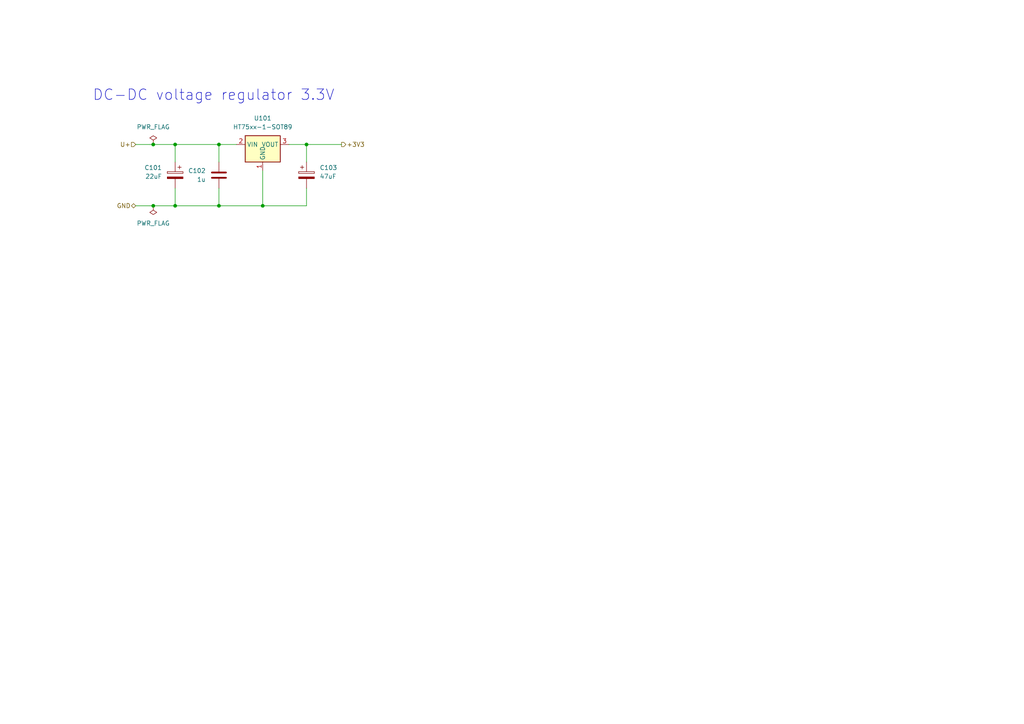
<source format=kicad_sch>
(kicad_sch
	(version 20231120)
	(generator "eeschema")
	(generator_version "8.0")
	(uuid "0ed6639a-cde6-4452-b9e1-77c370bade86")
	(paper "A4")
	(title_block
		(title "xDuinoRail - LocDecoder - Development Kit")
		(date "2024-10-09")
		(rev "v0.2")
		(company "Chatelain Engineering, Bern - CH")
	)
	(lib_symbols
		(symbol "Device:C"
			(pin_numbers hide)
			(pin_names
				(offset 0.254)
			)
			(exclude_from_sim no)
			(in_bom yes)
			(on_board yes)
			(property "Reference" "C"
				(at 0.635 2.54 0)
				(effects
					(font
						(size 1.27 1.27)
					)
					(justify left)
				)
			)
			(property "Value" "C"
				(at 0.635 -2.54 0)
				(effects
					(font
						(size 1.27 1.27)
					)
					(justify left)
				)
			)
			(property "Footprint" ""
				(at 0.9652 -3.81 0)
				(effects
					(font
						(size 1.27 1.27)
					)
					(hide yes)
				)
			)
			(property "Datasheet" "~"
				(at 0 0 0)
				(effects
					(font
						(size 1.27 1.27)
					)
					(hide yes)
				)
			)
			(property "Description" "Unpolarized capacitor"
				(at 0 0 0)
				(effects
					(font
						(size 1.27 1.27)
					)
					(hide yes)
				)
			)
			(property "ki_keywords" "cap capacitor"
				(at 0 0 0)
				(effects
					(font
						(size 1.27 1.27)
					)
					(hide yes)
				)
			)
			(property "ki_fp_filters" "C_*"
				(at 0 0 0)
				(effects
					(font
						(size 1.27 1.27)
					)
					(hide yes)
				)
			)
			(symbol "C_0_1"
				(polyline
					(pts
						(xy -2.032 -0.762) (xy 2.032 -0.762)
					)
					(stroke
						(width 0.508)
						(type default)
					)
					(fill
						(type none)
					)
				)
				(polyline
					(pts
						(xy -2.032 0.762) (xy 2.032 0.762)
					)
					(stroke
						(width 0.508)
						(type default)
					)
					(fill
						(type none)
					)
				)
			)
			(symbol "C_1_1"
				(pin passive line
					(at 0 3.81 270)
					(length 2.794)
					(name "~"
						(effects
							(font
								(size 1.27 1.27)
							)
						)
					)
					(number "1"
						(effects
							(font
								(size 1.27 1.27)
							)
						)
					)
				)
				(pin passive line
					(at 0 -3.81 90)
					(length 2.794)
					(name "~"
						(effects
							(font
								(size 1.27 1.27)
							)
						)
					)
					(number "2"
						(effects
							(font
								(size 1.27 1.27)
							)
						)
					)
				)
			)
		)
		(symbol "Device:C_Polarized"
			(pin_numbers hide)
			(pin_names
				(offset 0.254)
			)
			(exclude_from_sim no)
			(in_bom yes)
			(on_board yes)
			(property "Reference" "C"
				(at 0.635 2.54 0)
				(effects
					(font
						(size 1.27 1.27)
					)
					(justify left)
				)
			)
			(property "Value" "C_Polarized"
				(at 0.635 -2.54 0)
				(effects
					(font
						(size 1.27 1.27)
					)
					(justify left)
				)
			)
			(property "Footprint" ""
				(at 0.9652 -3.81 0)
				(effects
					(font
						(size 1.27 1.27)
					)
					(hide yes)
				)
			)
			(property "Datasheet" "~"
				(at 0 0 0)
				(effects
					(font
						(size 1.27 1.27)
					)
					(hide yes)
				)
			)
			(property "Description" "Polarized capacitor"
				(at 0 0 0)
				(effects
					(font
						(size 1.27 1.27)
					)
					(hide yes)
				)
			)
			(property "ki_keywords" "cap capacitor"
				(at 0 0 0)
				(effects
					(font
						(size 1.27 1.27)
					)
					(hide yes)
				)
			)
			(property "ki_fp_filters" "CP_*"
				(at 0 0 0)
				(effects
					(font
						(size 1.27 1.27)
					)
					(hide yes)
				)
			)
			(symbol "C_Polarized_0_1"
				(rectangle
					(start -2.286 0.508)
					(end 2.286 1.016)
					(stroke
						(width 0)
						(type default)
					)
					(fill
						(type none)
					)
				)
				(polyline
					(pts
						(xy -1.778 2.286) (xy -0.762 2.286)
					)
					(stroke
						(width 0)
						(type default)
					)
					(fill
						(type none)
					)
				)
				(polyline
					(pts
						(xy -1.27 2.794) (xy -1.27 1.778)
					)
					(stroke
						(width 0)
						(type default)
					)
					(fill
						(type none)
					)
				)
				(rectangle
					(start 2.286 -0.508)
					(end -2.286 -1.016)
					(stroke
						(width 0)
						(type default)
					)
					(fill
						(type outline)
					)
				)
			)
			(symbol "C_Polarized_1_1"
				(pin passive line
					(at 0 3.81 270)
					(length 2.794)
					(name "~"
						(effects
							(font
								(size 1.27 1.27)
							)
						)
					)
					(number "1"
						(effects
							(font
								(size 1.27 1.27)
							)
						)
					)
				)
				(pin passive line
					(at 0 -3.81 90)
					(length 2.794)
					(name "~"
						(effects
							(font
								(size 1.27 1.27)
							)
						)
					)
					(number "2"
						(effects
							(font
								(size 1.27 1.27)
							)
						)
					)
				)
			)
		)
		(symbol "Regulator_Linear:HT75xx-1-SOT89"
			(exclude_from_sim no)
			(in_bom yes)
			(on_board yes)
			(property "Reference" "U"
				(at -5.08 -3.81 0)
				(effects
					(font
						(size 1.27 1.27)
					)
					(justify left)
				)
			)
			(property "Value" "HT75xx-1-SOT89"
				(at 0 6.35 0)
				(effects
					(font
						(size 1.27 1.27)
					)
				)
			)
			(property "Footprint" "Package_TO_SOT_SMD:SOT-89-3"
				(at 0 8.255 0)
				(effects
					(font
						(size 1.27 1.27)
						(italic yes)
					)
					(hide yes)
				)
			)
			(property "Datasheet" "https://www.holtek.com/documents/10179/116711/HT75xx-1v250.pdf"
				(at 0 2.54 0)
				(effects
					(font
						(size 1.27 1.27)
					)
					(hide yes)
				)
			)
			(property "Description" "100mA Low Dropout Voltage Regulator, Fixed Output, SOT89"
				(at 0 0 0)
				(effects
					(font
						(size 1.27 1.27)
					)
					(hide yes)
				)
			)
			(property "ki_keywords" "100mA LDO Regulator Fixed Positive"
				(at 0 0 0)
				(effects
					(font
						(size 1.27 1.27)
					)
					(hide yes)
				)
			)
			(property "ki_fp_filters" "SOT?89*"
				(at 0 0 0)
				(effects
					(font
						(size 1.27 1.27)
					)
					(hide yes)
				)
			)
			(symbol "HT75xx-1-SOT89_0_1"
				(rectangle
					(start -5.08 5.08)
					(end 5.08 -2.54)
					(stroke
						(width 0.254)
						(type default)
					)
					(fill
						(type background)
					)
				)
			)
			(symbol "HT75xx-1-SOT89_1_1"
				(pin power_in line
					(at 0 -5.08 90)
					(length 2.54)
					(name "GND"
						(effects
							(font
								(size 1.27 1.27)
							)
						)
					)
					(number "1"
						(effects
							(font
								(size 1.27 1.27)
							)
						)
					)
				)
				(pin power_in line
					(at -7.62 2.54 0)
					(length 2.54)
					(name "VIN"
						(effects
							(font
								(size 1.27 1.27)
							)
						)
					)
					(number "2"
						(effects
							(font
								(size 1.27 1.27)
							)
						)
					)
				)
				(pin power_out line
					(at 7.62 2.54 180)
					(length 2.54)
					(name "VOUT"
						(effects
							(font
								(size 1.27 1.27)
							)
						)
					)
					(number "3"
						(effects
							(font
								(size 1.27 1.27)
							)
						)
					)
				)
			)
		)
		(symbol "power:PWR_FLAG"
			(power)
			(pin_numbers hide)
			(pin_names
				(offset 0) hide)
			(exclude_from_sim no)
			(in_bom yes)
			(on_board yes)
			(property "Reference" "#FLG"
				(at 0 1.905 0)
				(effects
					(font
						(size 1.27 1.27)
					)
					(hide yes)
				)
			)
			(property "Value" "PWR_FLAG"
				(at 0 3.81 0)
				(effects
					(font
						(size 1.27 1.27)
					)
				)
			)
			(property "Footprint" ""
				(at 0 0 0)
				(effects
					(font
						(size 1.27 1.27)
					)
					(hide yes)
				)
			)
			(property "Datasheet" "~"
				(at 0 0 0)
				(effects
					(font
						(size 1.27 1.27)
					)
					(hide yes)
				)
			)
			(property "Description" "Special symbol for telling ERC where power comes from"
				(at 0 0 0)
				(effects
					(font
						(size 1.27 1.27)
					)
					(hide yes)
				)
			)
			(property "ki_keywords" "flag power"
				(at 0 0 0)
				(effects
					(font
						(size 1.27 1.27)
					)
					(hide yes)
				)
			)
			(symbol "PWR_FLAG_0_0"
				(pin power_out line
					(at 0 0 90)
					(length 0)
					(name "~"
						(effects
							(font
								(size 1.27 1.27)
							)
						)
					)
					(number "1"
						(effects
							(font
								(size 1.27 1.27)
							)
						)
					)
				)
			)
			(symbol "PWR_FLAG_0_1"
				(polyline
					(pts
						(xy 0 0) (xy 0 1.27) (xy -1.016 1.905) (xy 0 2.54) (xy 1.016 1.905) (xy 0 1.27)
					)
					(stroke
						(width 0)
						(type default)
					)
					(fill
						(type none)
					)
				)
			)
		)
	)
	(junction
		(at 63.5 41.91)
		(diameter 0)
		(color 0 0 0 0)
		(uuid "07e08e10-7655-4181-aaf0-2aabfd750f1a")
	)
	(junction
		(at 44.45 41.91)
		(diameter 0)
		(color 0 0 0 0)
		(uuid "0ed3b94e-3810-4c0f-aea1-79285fe3e02e")
	)
	(junction
		(at 50.8 59.69)
		(diameter 0)
		(color 0 0 0 0)
		(uuid "3ab37a07-f605-4b45-ab87-5543cc4cca0a")
	)
	(junction
		(at 76.2 59.69)
		(diameter 0)
		(color 0 0 0 0)
		(uuid "4c814dcb-ab8c-45a8-beba-3a060ee89bba")
	)
	(junction
		(at 63.5 59.69)
		(diameter 0)
		(color 0 0 0 0)
		(uuid "56080ccf-f061-4c8c-a300-28e0ffe7b622")
	)
	(junction
		(at 44.45 59.69)
		(diameter 0)
		(color 0 0 0 0)
		(uuid "6fd47a24-58f9-41ea-865b-56675bef7055")
	)
	(junction
		(at 88.9 41.91)
		(diameter 0)
		(color 0 0 0 0)
		(uuid "7f48be23-9e89-4f50-8b7a-688d58302b69")
	)
	(junction
		(at 50.8 41.91)
		(diameter 0)
		(color 0 0 0 0)
		(uuid "8a1cd5a1-cbac-499b-a8d7-956ced35d95d")
	)
	(wire
		(pts
			(xy 83.82 41.91) (xy 88.9 41.91)
		)
		(stroke
			(width 0)
			(type default)
		)
		(uuid "13fbde8a-c112-4ea3-947b-26002eebd3d7")
	)
	(wire
		(pts
			(xy 76.2 49.53) (xy 76.2 59.69)
		)
		(stroke
			(width 0)
			(type default)
		)
		(uuid "1e040f30-b79e-475b-acf2-d11dc110e27b")
	)
	(wire
		(pts
			(xy 50.8 59.69) (xy 63.5 59.69)
		)
		(stroke
			(width 0)
			(type default)
		)
		(uuid "3a162a64-a6eb-4e92-a66d-ebf5a472f26d")
	)
	(wire
		(pts
			(xy 76.2 59.69) (xy 88.9 59.69)
		)
		(stroke
			(width 0)
			(type default)
		)
		(uuid "3ee279d0-ecd8-47cd-8e77-e1c6d4b5e39b")
	)
	(wire
		(pts
			(xy 50.8 54.61) (xy 50.8 59.69)
		)
		(stroke
			(width 0)
			(type default)
		)
		(uuid "409c678e-3836-4352-9da6-1ab23d9c3c5c")
	)
	(wire
		(pts
			(xy 88.9 41.91) (xy 99.06 41.91)
		)
		(stroke
			(width 0)
			(type default)
		)
		(uuid "437bb5bb-f630-44a0-97ea-25dc9e8c8c54")
	)
	(wire
		(pts
			(xy 63.5 46.99) (xy 63.5 41.91)
		)
		(stroke
			(width 0)
			(type default)
		)
		(uuid "454550da-5fc7-4d78-b69d-3af2bfb06d17")
	)
	(wire
		(pts
			(xy 63.5 59.69) (xy 76.2 59.69)
		)
		(stroke
			(width 0)
			(type default)
		)
		(uuid "47b6cee7-a7de-443d-b6b8-61abf94dca68")
	)
	(wire
		(pts
			(xy 50.8 41.91) (xy 50.8 46.99)
		)
		(stroke
			(width 0)
			(type default)
		)
		(uuid "76f1626f-966e-4c7c-8511-36bc72551458")
	)
	(wire
		(pts
			(xy 50.8 41.91) (xy 63.5 41.91)
		)
		(stroke
			(width 0)
			(type default)
		)
		(uuid "ac02bb98-d35f-441d-8299-cdac9e4cd70c")
	)
	(wire
		(pts
			(xy 39.37 59.69) (xy 44.45 59.69)
		)
		(stroke
			(width 0)
			(type default)
		)
		(uuid "ac682786-0621-4709-bc44-232a708842dd")
	)
	(wire
		(pts
			(xy 44.45 59.69) (xy 50.8 59.69)
		)
		(stroke
			(width 0)
			(type default)
		)
		(uuid "cd750d79-a104-4450-b188-25a4c256f441")
	)
	(wire
		(pts
			(xy 44.45 41.91) (xy 50.8 41.91)
		)
		(stroke
			(width 0)
			(type default)
		)
		(uuid "d613205a-e662-436a-b7c6-6847b2749ec8")
	)
	(wire
		(pts
			(xy 88.9 41.91) (xy 88.9 46.99)
		)
		(stroke
			(width 0)
			(type default)
		)
		(uuid "da0bd5e5-c49d-4546-beee-efcafd770643")
	)
	(wire
		(pts
			(xy 63.5 54.61) (xy 63.5 59.69)
		)
		(stroke
			(width 0)
			(type default)
		)
		(uuid "e001f8f7-3c5c-4b29-9f97-0b72fe00f57d")
	)
	(wire
		(pts
			(xy 39.37 41.91) (xy 44.45 41.91)
		)
		(stroke
			(width 0)
			(type default)
		)
		(uuid "ec235ca6-f22e-4668-9586-fd9823934cff")
	)
	(wire
		(pts
			(xy 63.5 41.91) (xy 68.58 41.91)
		)
		(stroke
			(width 0)
			(type default)
		)
		(uuid "f77337c8-91f3-4628-9314-55cd463040f1")
	)
	(wire
		(pts
			(xy 88.9 54.61) (xy 88.9 59.69)
		)
		(stroke
			(width 0)
			(type default)
		)
		(uuid "f811fb14-8d8a-4a8b-9424-fb0ae75cb382")
	)
	(text "DC-DC voltage regulator 3.3V\n"
		(exclude_from_sim no)
		(at 61.976 27.686 0)
		(effects
			(font
				(size 3.048 3.048)
			)
		)
		(uuid "a76d4c3f-1db9-44fb-b638-4d14cd1e3899")
	)
	(hierarchical_label "U+"
		(shape input)
		(at 39.37 41.91 180)
		(effects
			(font
				(size 1.27 1.27)
			)
			(justify right)
		)
		(uuid "8b86bc1b-5c16-4cdd-8e6c-79e194b930ed")
	)
	(hierarchical_label "GND"
		(shape bidirectional)
		(at 39.37 59.69 180)
		(effects
			(font
				(size 1.27 1.27)
			)
			(justify right)
		)
		(uuid "90c95358-9495-4f6a-a12b-adaf3d212885")
	)
	(hierarchical_label "+3V3"
		(shape output)
		(at 99.06 41.91 0)
		(effects
			(font
				(size 1.27 1.27)
			)
			(justify left)
		)
		(uuid "a1e57174-c258-4b16-b97f-820ba2bc89fd")
	)
	(symbol
		(lib_id "Device:C_Polarized")
		(at 88.9 50.8 0)
		(unit 1)
		(exclude_from_sim no)
		(in_bom yes)
		(on_board yes)
		(dnp no)
		(fields_autoplaced yes)
		(uuid "05e6b0df-0e6b-44dc-b14d-764be3f9e37d")
		(property "Reference" "C103"
			(at 92.71 48.641 0)
			(effects
				(font
					(size 1.27 1.27)
				)
				(justify left)
			)
		)
		(property "Value" "47uF"
			(at 92.71 51.181 0)
			(effects
				(font
					(size 1.27 1.27)
				)
				(justify left)
			)
		)
		(property "Footprint" "Capacitor_SMD:C_0805_2012Metric"
			(at 89.8652 54.61 0)
			(effects
				(font
					(size 1.27 1.27)
				)
				(hide yes)
			)
		)
		(property "Datasheet" "~"
			(at 88.9 50.8 0)
			(effects
				(font
					(size 1.27 1.27)
				)
				(hide yes)
			)
		)
		(property "Description" "Polarized capacitor"
			(at 88.9 50.8 0)
			(effects
				(font
					(size 1.27 1.27)
				)
				(hide yes)
			)
		)
		(property "Field-1" ""
			(at 88.9 50.8 0)
			(effects
				(font
					(size 1.27 1.27)
				)
				(hide yes)
			)
		)
		(property "Frequency" ""
			(at 88.9 50.8 0)
			(effects
				(font
					(size 1.27 1.27)
				)
				(hide yes)
			)
		)
		(property "LCSC" ""
			(at 88.9 50.8 0)
			(effects
				(font
					(size 1.27 1.27)
				)
				(hide yes)
			)
		)
		(property "LCSC Part #" ""
			(at 88.9 50.8 0)
			(effects
				(font
					(size 1.27 1.27)
				)
				(hide yes)
			)
		)
		(property "Sim.Device" "C"
			(at 88.9 50.8 0)
			(effects
				(font
					(size 1.27 1.27)
				)
				(hide yes)
			)
		)
		(property "Sim.Pins" "1=+ 2=-"
			(at 88.9 50.8 0)
			(effects
				(font
					(size 1.27 1.27)
				)
				(hide yes)
			)
		)
		(property "rohs_cert_or_in_datasheet" ""
			(at 88.9 50.8 0)
			(effects
				(font
					(size 1.27 1.27)
				)
				(hide yes)
			)
		)
		(property "OLI_ID" "47uF_0805"
			(at 88.9 50.8 0)
			(effects
				(font
					(size 1.27 1.27)
				)
				(hide yes)
			)
		)
		(property "Sim.Library" ""
			(at 88.9 50.8 0)
			(effects
				(font
					(size 1.27 1.27)
				)
				(hide yes)
			)
		)
		(property "Sim.Name" ""
			(at 88.9 50.8 0)
			(effects
				(font
					(size 1.27 1.27)
				)
				(hide yes)
			)
		)
		(property "Sim.Params" ""
			(at 88.9 50.8 0)
			(effects
				(font
					(size 1.27 1.27)
				)
				(hide yes)
			)
		)
		(property "Sim.Type" ""
			(at 88.9 50.8 0)
			(effects
				(font
					(size 1.27 1.27)
				)
				(hide yes)
			)
		)
		(property "P/N" ""
			(at 88.9 50.8 0)
			(effects
				(font
					(size 1.27 1.27)
				)
				(hide yes)
			)
		)
		(pin "1"
			(uuid "da3a1ae4-207a-4c52-8132-227827784779")
		)
		(pin "2"
			(uuid "04a4f2b7-0094-45fd-b994-89126fe06d93")
		)
		(instances
			(project "rails_power_dc-dc-ldo-3v3_100mA"
				(path "/0ed6639a-cde6-4452-b9e1-77c370bade86"
					(reference "C103")
					(unit 1)
				)
				(path "/0ed6639a-cde6-4452-b9e1-77c370bade86/f74e307f-98ea-4a21-90fe-788ab4c41003"
					(reference "C203")
					(unit 1)
				)
			)
			(project "acc-rp2040-baseboard"
				(path "/17b252fc-0b86-44df-bca7-0d44df4c0494/24a109c4-d847-434e-888f-5fc1df4ca39e/4198168d-02a8-4ee3-aed9-2d7c59a8a8e3"
					(reference "C?")
					(unit 1)
				)
			)
			(project "central-railcom-power-source-s"
				(path "/6d7aefd8-fcb8-4935-b99c-c7045c3b702f/a5aa2612-0bfe-49ce-a543-ccf125bffe47"
					(reference "C203")
					(unit 1)
				)
			)
			(project "xDuinoRail-Arduino-RailcomDetect-Dev"
				(path "/81b33966-136c-4d5d-8e55-9dddbbd3dbe5/be30761f-0228-4a45-9bf0-76f8e7dc5de2/74710df9-7e61-48be-b0f8-0d4cba0f15c2/a5aa2612-0bfe-49ce-a543-ccf125bffe47"
					(reference "C703")
					(unit 1)
				)
			)
			(project "central-railcom-feedback-quattro"
				(path "/e8f9fd83-27d4-40ee-a2c1-fd6356795d83/74710df9-7e61-48be-b0f8-0d4cba0f15c2/a5aa2612-0bfe-49ce-a543-ccf125bffe47"
					(reference "C?")
					(unit 1)
				)
			)
			(project "xDuinoRails-Thor-M"
				(path "/fb33ec4e-6596-45d2-a121-8d3475acd69a/a3f567b3-edcb-4aa0-8471-532dbe641db4"
					(reference "C303")
					(unit 1)
				)
			)
		)
	)
	(symbol
		(lib_id "Device:C_Polarized")
		(at 50.8 50.8 0)
		(mirror y)
		(unit 1)
		(exclude_from_sim no)
		(in_bom yes)
		(on_board yes)
		(dnp no)
		(fields_autoplaced yes)
		(uuid "064b43f2-9bed-4ff1-9a7a-49c244aac98d")
		(property "Reference" "C101"
			(at 46.99 48.641 0)
			(effects
				(font
					(size 1.27 1.27)
				)
				(justify left)
			)
		)
		(property "Value" "22uF"
			(at 46.99 51.181 0)
			(effects
				(font
					(size 1.27 1.27)
				)
				(justify left)
			)
		)
		(property "Footprint" "Capacitor_SMD:C_0805_2012Metric"
			(at 49.8348 54.61 0)
			(effects
				(font
					(size 1.27 1.27)
				)
				(hide yes)
			)
		)
		(property "Datasheet" "~"
			(at 50.8 50.8 0)
			(effects
				(font
					(size 1.27 1.27)
				)
				(hide yes)
			)
		)
		(property "Description" "Polarized capacitor"
			(at 50.8 50.8 0)
			(effects
				(font
					(size 1.27 1.27)
				)
				(hide yes)
			)
		)
		(property "Field-1" ""
			(at 50.8 50.8 0)
			(effects
				(font
					(size 1.27 1.27)
				)
				(hide yes)
			)
		)
		(property "Frequency" ""
			(at 50.8 50.8 0)
			(effects
				(font
					(size 1.27 1.27)
				)
				(hide yes)
			)
		)
		(property "LCSC" ""
			(at 50.8 50.8 0)
			(effects
				(font
					(size 1.27 1.27)
				)
				(hide yes)
			)
		)
		(property "LCSC Part #" ""
			(at 50.8 50.8 0)
			(effects
				(font
					(size 1.27 1.27)
				)
				(hide yes)
			)
		)
		(property "Sim.Device" "C"
			(at 50.8 50.8 0)
			(effects
				(font
					(size 1.27 1.27)
				)
				(hide yes)
			)
		)
		(property "Sim.Pins" "1=+ 2=-"
			(at 50.8 50.8 0)
			(effects
				(font
					(size 1.27 1.27)
				)
				(hide yes)
			)
		)
		(property "rohs_cert_or_in_datasheet" ""
			(at 50.8 50.8 0)
			(effects
				(font
					(size 1.27 1.27)
				)
				(hide yes)
			)
		)
		(property "OLI_ID" "22uf_0805"
			(at 50.8 50.8 0)
			(effects
				(font
					(size 1.27 1.27)
				)
				(hide yes)
			)
		)
		(property "Sim.Library" ""
			(at 50.8 50.8 0)
			(effects
				(font
					(size 1.27 1.27)
				)
				(hide yes)
			)
		)
		(property "Sim.Name" ""
			(at 50.8 50.8 0)
			(effects
				(font
					(size 1.27 1.27)
				)
				(hide yes)
			)
		)
		(property "Sim.Params" ""
			(at 50.8 50.8 0)
			(effects
				(font
					(size 1.27 1.27)
				)
				(hide yes)
			)
		)
		(property "Sim.Type" ""
			(at 50.8 50.8 0)
			(effects
				(font
					(size 1.27 1.27)
				)
				(hide yes)
			)
		)
		(property "P/N" ""
			(at 50.8 50.8 0)
			(effects
				(font
					(size 1.27 1.27)
				)
				(hide yes)
			)
		)
		(pin "1"
			(uuid "0381f39f-5559-4ab2-b2ac-fb33b85c1012")
		)
		(pin "2"
			(uuid "b7cfb284-0879-4e3c-b60a-33e6b425c569")
		)
		(instances
			(project "rails_power_dc-dc-ldo-3v3_100mA"
				(path "/0ed6639a-cde6-4452-b9e1-77c370bade86"
					(reference "C101")
					(unit 1)
				)
				(path "/0ed6639a-cde6-4452-b9e1-77c370bade86/f74e307f-98ea-4a21-90fe-788ab4c41003"
					(reference "C201")
					(unit 1)
				)
			)
			(project "acc-rp2040-baseboard"
				(path "/17b252fc-0b86-44df-bca7-0d44df4c0494/24a109c4-d847-434e-888f-5fc1df4ca39e/4198168d-02a8-4ee3-aed9-2d7c59a8a8e3"
					(reference "C?")
					(unit 1)
				)
			)
			(project "central-railcom-power-source-s"
				(path "/6d7aefd8-fcb8-4935-b99c-c7045c3b702f/a5aa2612-0bfe-49ce-a543-ccf125bffe47"
					(reference "C201")
					(unit 1)
				)
			)
			(project "xDuinoRail-Arduino-RailcomDetect-Dev"
				(path "/81b33966-136c-4d5d-8e55-9dddbbd3dbe5/be30761f-0228-4a45-9bf0-76f8e7dc5de2/74710df9-7e61-48be-b0f8-0d4cba0f15c2/a5aa2612-0bfe-49ce-a543-ccf125bffe47"
					(reference "C701")
					(unit 1)
				)
			)
			(project "central-railcom-feedback-quattro"
				(path "/e8f9fd83-27d4-40ee-a2c1-fd6356795d83/74710df9-7e61-48be-b0f8-0d4cba0f15c2/a5aa2612-0bfe-49ce-a543-ccf125bffe47"
					(reference "C?")
					(unit 1)
				)
			)
			(project "xDuinoRails-Thor-M"
				(path "/fb33ec4e-6596-45d2-a121-8d3475acd69a/a3f567b3-edcb-4aa0-8471-532dbe641db4"
					(reference "C301")
					(unit 1)
				)
			)
		)
	)
	(symbol
		(lib_id "power:PWR_FLAG")
		(at 44.45 59.69 0)
		(mirror x)
		(unit 1)
		(exclude_from_sim no)
		(in_bom yes)
		(on_board yes)
		(dnp no)
		(uuid "15266f69-836a-4e27-bb56-bcc72ea4627f")
		(property "Reference" "#FLG102"
			(at 44.45 61.595 0)
			(effects
				(font
					(size 1.27 1.27)
				)
				(hide yes)
			)
		)
		(property "Value" "PWR_FLAG"
			(at 44.45 64.77 0)
			(effects
				(font
					(size 1.27 1.27)
				)
			)
		)
		(property "Footprint" ""
			(at 44.45 59.69 0)
			(effects
				(font
					(size 1.27 1.27)
				)
				(hide yes)
			)
		)
		(property "Datasheet" "~"
			(at 44.45 59.69 0)
			(effects
				(font
					(size 1.27 1.27)
				)
				(hide yes)
			)
		)
		(property "Description" "Special symbol for telling ERC where power comes from"
			(at 44.45 59.69 0)
			(effects
				(font
					(size 1.27 1.27)
				)
				(hide yes)
			)
		)
		(pin "1"
			(uuid "7128e185-cc74-410b-ae34-ca0d0c1f4a63")
		)
		(instances
			(project "rails_power_dc-dc-ldo-3v3_100mA"
				(path "/0ed6639a-cde6-4452-b9e1-77c370bade86"
					(reference "#FLG102")
					(unit 1)
				)
				(path "/0ed6639a-cde6-4452-b9e1-77c370bade86/f74e307f-98ea-4a21-90fe-788ab4c41003"
					(reference "#FLG202")
					(unit 1)
				)
			)
			(project "xDuinoRails-Thor-M"
				(path "/fb33ec4e-6596-45d2-a121-8d3475acd69a/a3f567b3-edcb-4aa0-8471-532dbe641db4"
					(reference "#FLG302")
					(unit 1)
				)
			)
		)
	)
	(symbol
		(lib_id "Regulator_Linear:HT75xx-1-SOT89")
		(at 76.2 44.45 0)
		(unit 1)
		(exclude_from_sim no)
		(in_bom yes)
		(on_board yes)
		(dnp no)
		(fields_autoplaced yes)
		(uuid "6a2c0364-ffab-46bc-987a-6984ecb0889b")
		(property "Reference" "U101"
			(at 76.2 34.29 0)
			(effects
				(font
					(size 1.27 1.27)
				)
			)
		)
		(property "Value" "HT75xx-1-SOT89"
			(at 76.2 36.83 0)
			(effects
				(font
					(size 1.27 1.27)
				)
			)
		)
		(property "Footprint" "Package_TO_SOT_SMD:SOT-89-3"
			(at 76.2 36.195 0)
			(effects
				(font
					(size 1.27 1.27)
					(italic yes)
				)
				(hide yes)
			)
		)
		(property "Datasheet" "https://www.holtek.com/documents/10179/116711/HT75xx-1v250.pdf"
			(at 76.2 41.91 0)
			(effects
				(font
					(size 1.27 1.27)
				)
				(hide yes)
			)
		)
		(property "Description" "100mA Low Dropout Voltage Regulator, Fixed Output, SOT89"
			(at 76.2 44.45 0)
			(effects
				(font
					(size 1.27 1.27)
				)
				(hide yes)
			)
		)
		(property "Sim.Params" "dc=3.3"
			(at 76.2 44.45 0)
			(effects
				(font
					(size 1.27 1.27)
				)
				(hide yes)
			)
		)
		(property "Sim.Type" "DC"
			(at 76.2 44.45 0)
			(effects
				(font
					(size 1.27 1.27)
				)
				(hide yes)
			)
		)
		(property "Sim.Device" "V"
			(at 76.2 44.45 0)
			(effects
				(font
					(size 1.27 1.27)
				)
				(hide yes)
			)
		)
		(property "Sim.Pins" "3=+ 1=-"
			(at 76.2 44.45 0)
			(effects
				(font
					(size 1.27 1.27)
				)
				(hide yes)
			)
		)
		(property "OLI_ID" "HT7533-1_SOT-89-3"
			(at 76.2 44.45 0)
			(effects
				(font
					(size 1.27 1.27)
				)
				(hide yes)
			)
		)
		(property "P/N" ""
			(at 76.2 44.45 0)
			(effects
				(font
					(size 1.27 1.27)
				)
				(hide yes)
			)
		)
		(pin "3"
			(uuid "5f3e5857-5181-4d85-b0f6-1e0622077342")
		)
		(pin "1"
			(uuid "6a88ddba-7f59-40bf-9bab-ced0b1c6c137")
		)
		(pin "2"
			(uuid "d4fa262a-88e1-40da-88af-d4594ac8ffee")
		)
		(instances
			(project "rails_power_dc-dc-ldo-3v3_100mA"
				(path "/0ed6639a-cde6-4452-b9e1-77c370bade86"
					(reference "U101")
					(unit 1)
				)
				(path "/0ed6639a-cde6-4452-b9e1-77c370bade86/f74e307f-98ea-4a21-90fe-788ab4c41003"
					(reference "U201")
					(unit 1)
				)
			)
			(project "acc-rp2040-baseboard"
				(path "/17b252fc-0b86-44df-bca7-0d44df4c0494/24a109c4-d847-434e-888f-5fc1df4ca39e/4198168d-02a8-4ee3-aed9-2d7c59a8a8e3"
					(reference "U?")
					(unit 1)
				)
			)
			(project "central-railcom-power-source-s"
				(path "/6d7aefd8-fcb8-4935-b99c-c7045c3b702f/a5aa2612-0bfe-49ce-a543-ccf125bffe47"
					(reference "U201")
					(unit 1)
				)
			)
			(project "xDuinoRail-Arduino-RailcomDetect-Dev"
				(path "/81b33966-136c-4d5d-8e55-9dddbbd3dbe5/be30761f-0228-4a45-9bf0-76f8e7dc5de2/74710df9-7e61-48be-b0f8-0d4cba0f15c2/a5aa2612-0bfe-49ce-a543-ccf125bffe47"
					(reference "U701")
					(unit 1)
				)
			)
			(project "central-railcom-feedback-quattro"
				(path "/e8f9fd83-27d4-40ee-a2c1-fd6356795d83/74710df9-7e61-48be-b0f8-0d4cba0f15c2/a5aa2612-0bfe-49ce-a543-ccf125bffe47"
					(reference "U?")
					(unit 1)
				)
			)
			(project "xDuinoRails-Thor-M"
				(path "/fb33ec4e-6596-45d2-a121-8d3475acd69a/a3f567b3-edcb-4aa0-8471-532dbe641db4"
					(reference "U301")
					(unit 1)
				)
			)
		)
	)
	(symbol
		(lib_id "Device:C")
		(at 63.5 50.8 0)
		(mirror y)
		(unit 1)
		(exclude_from_sim no)
		(in_bom yes)
		(on_board yes)
		(dnp no)
		(uuid "ac5d6138-7b3b-4e57-bcdb-d1de7e0c2c7a")
		(property "Reference" "C102"
			(at 59.69 49.53 0)
			(effects
				(font
					(size 1.27 1.27)
				)
				(justify left)
			)
		)
		(property "Value" "1u"
			(at 59.69 52.07 0)
			(effects
				(font
					(size 1.27 1.27)
				)
				(justify left)
			)
		)
		(property "Footprint" "Capacitor_SMD:C_0402_1005Metric"
			(at 62.5348 54.61 0)
			(effects
				(font
					(size 1.27 1.27)
				)
				(hide yes)
			)
		)
		(property "Datasheet" "~"
			(at 63.5 50.8 0)
			(effects
				(font
					(size 1.27 1.27)
				)
				(hide yes)
			)
		)
		(property "Description" "Unpolarized capacitor"
			(at 63.5 50.8 0)
			(effects
				(font
					(size 1.27 1.27)
				)
				(hide yes)
			)
		)
		(property "Field-1" ""
			(at 63.5 50.8 0)
			(effects
				(font
					(size 1.27 1.27)
				)
				(hide yes)
			)
		)
		(property "Frequency" ""
			(at 63.5 50.8 0)
			(effects
				(font
					(size 1.27 1.27)
				)
				(hide yes)
			)
		)
		(property "LCSC" ""
			(at 63.5 50.8 0)
			(effects
				(font
					(size 1.27 1.27)
				)
				(hide yes)
			)
		)
		(property "LCSC Part #" ""
			(at 63.5 50.8 0)
			(effects
				(font
					(size 1.27 1.27)
				)
				(hide yes)
			)
		)
		(property "Sim.Device" "C"
			(at 63.5 50.8 0)
			(effects
				(font
					(size 1.27 1.27)
				)
				(hide yes)
			)
		)
		(property "Sim.Pins" "1=+ 2=-"
			(at 63.5 50.8 0)
			(effects
				(font
					(size 1.27 1.27)
				)
				(hide yes)
			)
		)
		(property "rohs_cert_or_in_datasheet" ""
			(at 63.5 50.8 0)
			(effects
				(font
					(size 1.27 1.27)
				)
				(hide yes)
			)
		)
		(property "OLI_ID" "1uF_0402"
			(at 63.5 50.8 0)
			(effects
				(font
					(size 1.27 1.27)
				)
				(hide yes)
			)
		)
		(property "Sim.Params" ""
			(at 63.5 50.8 0)
			(effects
				(font
					(size 1.27 1.27)
				)
				(hide yes)
			)
		)
		(property "Sim.Type" ""
			(at 63.5 50.8 0)
			(effects
				(font
					(size 1.27 1.27)
				)
				(hide yes)
			)
		)
		(property "P/N" ""
			(at 63.5 50.8 0)
			(effects
				(font
					(size 1.27 1.27)
				)
				(hide yes)
			)
		)
		(pin "1"
			(uuid "456751ac-c649-43cb-8aa1-8ec6e6c60e0a")
		)
		(pin "2"
			(uuid "95bf757f-154c-4b47-b9cf-e5628e9638bb")
		)
		(instances
			(project "rails_power_dc-dc-ldo-3v3_100mA"
				(path "/0ed6639a-cde6-4452-b9e1-77c370bade86"
					(reference "C102")
					(unit 1)
				)
				(path "/0ed6639a-cde6-4452-b9e1-77c370bade86/f74e307f-98ea-4a21-90fe-788ab4c41003"
					(reference "C202")
					(unit 1)
				)
			)
			(project "acc-rp2040-baseboard"
				(path "/17b252fc-0b86-44df-bca7-0d44df4c0494/24a109c4-d847-434e-888f-5fc1df4ca39e/4198168d-02a8-4ee3-aed9-2d7c59a8a8e3"
					(reference "C?")
					(unit 1)
				)
			)
			(project "central-railcom-power-source-s"
				(path "/6d7aefd8-fcb8-4935-b99c-c7045c3b702f/a5aa2612-0bfe-49ce-a543-ccf125bffe47"
					(reference "C202")
					(unit 1)
				)
			)
			(project "xDuinoRail-Arduino-RailcomDetect-Dev"
				(path "/81b33966-136c-4d5d-8e55-9dddbbd3dbe5/be30761f-0228-4a45-9bf0-76f8e7dc5de2/74710df9-7e61-48be-b0f8-0d4cba0f15c2/a5aa2612-0bfe-49ce-a543-ccf125bffe47"
					(reference "C702")
					(unit 1)
				)
			)
			(project "central-railcom-feedback-quattro"
				(path "/e8f9fd83-27d4-40ee-a2c1-fd6356795d83/74710df9-7e61-48be-b0f8-0d4cba0f15c2/a5aa2612-0bfe-49ce-a543-ccf125bffe47"
					(reference "C?")
					(unit 1)
				)
			)
			(project "xDuinoRails-Thor-M"
				(path "/fb33ec4e-6596-45d2-a121-8d3475acd69a/a3f567b3-edcb-4aa0-8471-532dbe641db4"
					(reference "C302")
					(unit 1)
				)
			)
		)
	)
	(symbol
		(lib_id "power:PWR_FLAG")
		(at 44.45 41.91 0)
		(unit 1)
		(exclude_from_sim no)
		(in_bom yes)
		(on_board yes)
		(dnp no)
		(fields_autoplaced yes)
		(uuid "ecf699bf-ce22-4a8a-b680-662ec6886db0")
		(property "Reference" "#FLG101"
			(at 44.45 40.005 0)
			(effects
				(font
					(size 1.27 1.27)
				)
				(hide yes)
			)
		)
		(property "Value" "PWR_FLAG"
			(at 44.45 36.83 0)
			(effects
				(font
					(size 1.27 1.27)
				)
			)
		)
		(property "Footprint" ""
			(at 44.45 41.91 0)
			(effects
				(font
					(size 1.27 1.27)
				)
				(hide yes)
			)
		)
		(property "Datasheet" "~"
			(at 44.45 41.91 0)
			(effects
				(font
					(size 1.27 1.27)
				)
				(hide yes)
			)
		)
		(property "Description" "Special symbol for telling ERC where power comes from"
			(at 44.45 41.91 0)
			(effects
				(font
					(size 1.27 1.27)
				)
				(hide yes)
			)
		)
		(pin "1"
			(uuid "04ddb94c-5cf5-4ba6-bfb2-a4078b271f99")
		)
		(instances
			(project "rails_power_dc-dc-ldo-3v3_100mA"
				(path "/0ed6639a-cde6-4452-b9e1-77c370bade86"
					(reference "#FLG101")
					(unit 1)
				)
				(path "/0ed6639a-cde6-4452-b9e1-77c370bade86/f74e307f-98ea-4a21-90fe-788ab4c41003"
					(reference "#FLG201")
					(unit 1)
				)
			)
			(project "xDuinoRails-Thor-M"
				(path "/fb33ec4e-6596-45d2-a121-8d3475acd69a/a3f567b3-edcb-4aa0-8471-532dbe641db4"
					(reference "#FLG301")
					(unit 1)
				)
			)
		)
	)
	(sheet_instances
		(path "/"
			(page "1")
		)
	)
)

</source>
